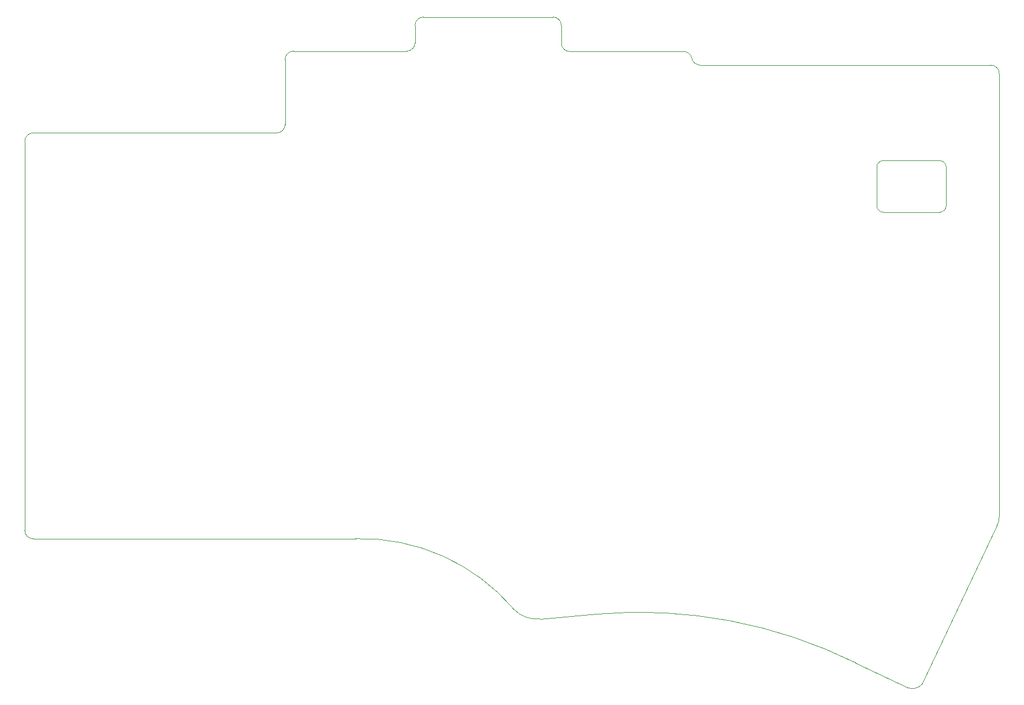
<source format=gm1>
G04 #@! TF.GenerationSoftware,KiCad,Pcbnew,(6.0.5-0)*
G04 #@! TF.CreationDate,2023-02-14T11:13:25-08:00*
G04 #@! TF.ProjectId,keyboard_pcb,6b657962-6f61-4726-945f-7063622e6b69,rev1.0*
G04 #@! TF.SameCoordinates,Original*
G04 #@! TF.FileFunction,Profile,NP*
%FSLAX46Y46*%
G04 Gerber Fmt 4.6, Leading zero omitted, Abs format (unit mm)*
G04 Created by KiCad (PCBNEW (6.0.5-0)) date 2023-02-14 11:13:25*
%MOMM*%
%LPD*%
G01*
G04 APERTURE LIST*
G04 #@! TA.AperFunction,Profile*
%ADD10C,0.100000*%
G04 #@! TD*
G04 APERTURE END LIST*
D10*
X113990000Y-47243452D02*
G75*
G03*
X115226552Y-46006896I0J1236552D01*
G01*
X182900000Y-69900000D02*
X182900000Y-64300000D01*
X59230000Y-118800000D02*
X106500000Y-118800000D01*
X189530000Y-140160000D02*
X200535831Y-116915940D01*
X129689969Y-129140030D02*
G75*
G03*
X133510000Y-130590000I3440031J3305930D01*
G01*
X155800002Y-48280000D02*
G75*
G03*
X157010000Y-49290000I1209998J219800D01*
G01*
X192100000Y-70900000D02*
X183900000Y-70900000D01*
X199570000Y-49290000D02*
X157010000Y-49290000D01*
X183900000Y-63300000D02*
G75*
G03*
X182900000Y-64300000I200J-1000200D01*
G01*
X115226552Y-43480000D02*
X115226552Y-46006896D01*
X192100000Y-70900000D02*
G75*
G03*
X193100000Y-69900000I0J1000000D01*
G01*
X116463104Y-42243448D02*
X135430000Y-42243448D01*
X137903104Y-47300000D02*
X154590000Y-47300000D01*
X200860029Y-50540000D02*
G75*
G03*
X199570000Y-49290000I-1241029J9900D01*
G01*
X193092893Y-64300000D02*
X193100000Y-69900000D01*
X97420000Y-47243448D02*
X113990000Y-47243448D01*
X200535825Y-116915937D02*
G75*
G03*
X200860000Y-115620000I-2650525J1351537D01*
G01*
X97420000Y-47243473D02*
G75*
G03*
X96170000Y-48480000I-13400J-1236527D01*
G01*
X136666552Y-43480000D02*
X136666552Y-46070000D01*
X141840000Y-129870000D02*
X133510000Y-130590000D01*
X179810000Y-137010000D02*
X187513868Y-140691488D01*
X58003460Y-117583448D02*
G75*
G03*
X59230000Y-118800000I1216640J48D01*
G01*
X155800008Y-48279998D02*
G75*
G03*
X154590000Y-47300000I-1210008J-257002D01*
G01*
X59240000Y-59243448D02*
G75*
G03*
X58003448Y-60480000I0J-1236552D01*
G01*
X94935626Y-59242178D02*
G75*
G03*
X96172178Y-58005626I-26J1236578D01*
G01*
X59240000Y-59243448D02*
X94935626Y-59242178D01*
X136666583Y-46070000D02*
G75*
G03*
X137903104Y-47300000I1230017J0D01*
G01*
X193092900Y-64300000D02*
G75*
G03*
X192092893Y-63300000I-1000000J0D01*
G01*
X182900000Y-69900000D02*
G75*
G03*
X183900000Y-70900000I1010000J10000D01*
G01*
X116463104Y-42243452D02*
G75*
G03*
X115226552Y-43480000I-4J-1236548D01*
G01*
X96170000Y-48480000D02*
X96172178Y-58005626D01*
X129690002Y-129139998D02*
G75*
G03*
X106500000Y-118800000I-22380702J-19019602D01*
G01*
X183900000Y-63300000D02*
X192092893Y-63300000D01*
X136666552Y-43480000D02*
G75*
G03*
X135430000Y-42243448I-1236552J0D01*
G01*
X200860000Y-115620000D02*
X200860000Y-50540000D01*
X187513882Y-140691448D02*
G75*
G03*
X189530000Y-140160000I623118J1726048D01*
G01*
X58003448Y-117583448D02*
X58003448Y-60480000D01*
X179810001Y-137009998D02*
G75*
G03*
X141840000Y-129870000I-31697901J-64036302D01*
G01*
M02*

</source>
